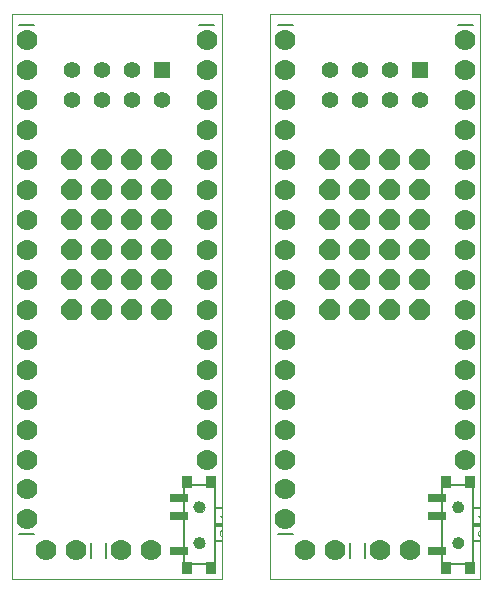
<source format=gts>
G75*
G70*
%OFA0B0*%
%FSLAX25Y25*%
%IPPOS*%
%LPD*%
%AMOC8*
5,1,8,0,0,1.08239X$1,22.5*
%
%ADD10C,0.00800*%
%ADD11C,0.07000*%
%ADD13OC8,0.07000*%
%ADD14R,0.03550X0.04340*%
%ADD16C,0.00500*%
%ADD18R,0.02000X0.02000*%
%ADD20C,0.03940*%
%ADD21C,0.05550*%
%ADD29C,0.00300*%
%ADD32R,0.06310X0.03160*%
%ADD35R,0.05550X0.05550*%
%ADD39C,0.00000*%
X0011000Y0011000D02*
G75*
%LPD*%
D39*
X0011000Y0011000D02*
X0011000Y0199200D01*
X0080920Y0199200D01*
X0080920Y0011000D01*
X0011000Y0011000D01*
X0071730Y0023090D02*
X0071750Y0023350D01*
X0071810Y0023610D01*
X0071910Y0023860D01*
X0072040Y0024090D01*
X0072200Y0024290D01*
X0072400Y0024470D01*
X0072620Y0024620D01*
X0072850Y0024740D01*
X0073110Y0024820D01*
X0073370Y0024860D01*
X0073630Y0024860D01*
X0073890Y0024820D01*
X0074150Y0024740D01*
X0074390Y0024620D01*
X0074600Y0024470D01*
X0074800Y0024290D01*
X0074960Y0024090D01*
X0075090Y0023860D01*
X0075190Y0023610D01*
X0075250Y0023350D01*
X0075270Y0023090D01*
X0075250Y0022830D01*
X0075190Y0022570D01*
X0075090Y0022320D01*
X0074960Y0022090D01*
X0074800Y0021890D01*
X0074600Y0021710D01*
X0074380Y0021560D01*
X0074150Y0021440D01*
X0073890Y0021360D01*
X0073630Y0021320D01*
X0073370Y0021320D01*
X0073110Y0021360D01*
X0072850Y0021440D01*
X0072610Y0021560D01*
X0072400Y0021710D01*
X0072200Y0021890D01*
X0072040Y0022090D01*
X0071910Y0022320D01*
X0071810Y0022570D01*
X0071750Y0022830D01*
X0071730Y0023090D01*
X0071730Y0034910D02*
X0071750Y0035170D01*
X0071810Y0035430D01*
X0071910Y0035680D01*
X0072040Y0035910D01*
X0072200Y0036110D01*
X0072400Y0036290D01*
X0072620Y0036440D01*
X0072850Y0036560D01*
X0073110Y0036640D01*
X0073370Y0036680D01*
X0073630Y0036680D01*
X0073890Y0036640D01*
X0074150Y0036560D01*
X0074390Y0036440D01*
X0074600Y0036290D01*
X0074800Y0036110D01*
X0074960Y0035910D01*
X0075090Y0035680D01*
X0075190Y0035430D01*
X0075250Y0035170D01*
X0075270Y0034910D01*
X0075250Y0034650D01*
X0075190Y0034390D01*
X0075090Y0034140D01*
X0074960Y0033910D01*
X0074800Y0033710D01*
X0074600Y0033530D01*
X0074380Y0033380D01*
X0074150Y0033260D01*
X0073890Y0033180D01*
X0073630Y0033140D01*
X0073370Y0033140D01*
X0073110Y0033180D01*
X0072850Y0033260D01*
X0072610Y0033380D01*
X0072400Y0033530D01*
X0072200Y0033710D01*
X0072040Y0033910D01*
X0071910Y0034140D01*
X0071810Y0034390D01*
X0071750Y0034650D01*
X0071730Y0034910D01*
D21*
X0061000Y0170500D03*
X0051000Y0170500D03*
X0051000Y0180500D03*
X0041000Y0180500D03*
X0041000Y0170500D03*
X0031000Y0170500D03*
X0031000Y0180500D03*
D35*
X0061000Y0180500D03*
D10*
X0073500Y0195500D02*
X0078500Y0195500D01*
X0018500Y0195500D02*
X0013500Y0195500D01*
X0068380Y0042190D02*
X0078620Y0042190D01*
X0078620Y0034510D02*
X0080920Y0034510D01*
X0084520Y0034510D02*
X0080920Y0029390D02*
X0078620Y0029390D01*
X0078620Y0028610D02*
X0080920Y0028610D01*
X0084520Y0028610D02*
X0080920Y0023490D02*
X0078620Y0023490D01*
X0078620Y0015810D02*
X0068380Y0015810D01*
X0042500Y0018000D02*
X0042500Y0023000D01*
X0037500Y0023000D02*
X0037500Y0018000D01*
X0018500Y0026000D02*
X0013500Y0026000D01*
D18*
X0016000Y0031000D03*
X0016000Y0041000D03*
X0016000Y0050500D03*
X0016000Y0060500D03*
X0016000Y0070500D03*
X0016000Y0080500D03*
X0016000Y0090500D03*
X0016000Y0100500D03*
X0016000Y0110500D03*
X0016000Y0120500D03*
X0016000Y0130500D03*
X0016000Y0140500D03*
X0016000Y0150500D03*
X0016000Y0160500D03*
X0016000Y0170500D03*
X0016000Y0180500D03*
X0016000Y0190500D03*
X0031000Y0150500D03*
X0031000Y0140500D03*
X0031000Y0130500D03*
X0031000Y0120500D03*
X0031000Y0110500D03*
X0031000Y0100500D03*
X0041000Y0100500D03*
X0041000Y0110500D03*
X0041000Y0120500D03*
X0041000Y0130500D03*
X0041000Y0140500D03*
X0041000Y0150500D03*
X0051000Y0150500D03*
X0051000Y0140500D03*
X0051000Y0130500D03*
X0051000Y0120500D03*
X0051000Y0110500D03*
X0051000Y0100500D03*
X0061000Y0100500D03*
X0061000Y0110500D03*
X0061000Y0120500D03*
X0061000Y0130500D03*
X0061000Y0140500D03*
X0061000Y0150500D03*
X0076000Y0150500D03*
X0076000Y0140500D03*
X0076000Y0130500D03*
X0076000Y0120500D03*
X0076000Y0110500D03*
X0076000Y0100500D03*
X0076000Y0090500D03*
X0076000Y0080500D03*
X0076000Y0070500D03*
X0076000Y0060500D03*
X0076000Y0050500D03*
X0057500Y0020500D03*
X0047500Y0020500D03*
X0032500Y0020500D03*
X0022500Y0020500D03*
X0076000Y0160500D03*
X0076000Y0170500D03*
X0076000Y0180500D03*
X0076000Y0190500D03*
D11*
X0076000Y0190500D03*
X0076000Y0180500D03*
X0076000Y0170500D03*
X0076000Y0160500D03*
X0076000Y0150500D03*
X0076000Y0140500D03*
X0076000Y0130500D03*
X0076000Y0120500D03*
X0076000Y0110500D03*
X0076000Y0100500D03*
X0076000Y0090500D03*
X0076000Y0080500D03*
X0076000Y0070500D03*
X0076000Y0060500D03*
X0076000Y0050500D03*
X0057500Y0020500D03*
X0047500Y0020500D03*
X0032500Y0020500D03*
X0022500Y0020500D03*
X0016000Y0031000D03*
X0016000Y0041000D03*
X0016000Y0050500D03*
X0016000Y0060500D03*
X0016000Y0070500D03*
X0016000Y0080500D03*
X0016000Y0090500D03*
X0016000Y0100500D03*
X0016000Y0110500D03*
X0016000Y0120500D03*
X0016000Y0130500D03*
X0016000Y0140500D03*
X0016000Y0150500D03*
X0016000Y0160500D03*
X0016000Y0170500D03*
X0016000Y0180500D03*
X0016000Y0190500D03*
D13*
X0031000Y0150500D03*
X0031000Y0140500D03*
X0031000Y0130500D03*
X0031000Y0120500D03*
X0031000Y0110500D03*
X0031000Y0100500D03*
X0041000Y0100500D03*
X0041000Y0110500D03*
X0041000Y0120500D03*
X0041000Y0130500D03*
X0041000Y0140500D03*
X0041000Y0150500D03*
X0051000Y0150500D03*
X0051000Y0140500D03*
X0051000Y0130500D03*
X0051000Y0120500D03*
X0051000Y0110500D03*
X0051000Y0100500D03*
X0061000Y0100500D03*
X0061000Y0110500D03*
X0061000Y0120500D03*
X0061000Y0130500D03*
X0061000Y0140500D03*
X0061000Y0150500D03*
D16*
X0068380Y0042190D02*
X0068380Y0015810D01*
X0078620Y0015810D02*
X0078620Y0029390D01*
X0078620Y0034510D01*
X0078620Y0042190D01*
D14*
X0077440Y0043370D03*
X0069560Y0043370D03*
X0069560Y0014630D03*
X0077440Y0014630D03*
D32*
X0066610Y0020140D03*
X0066610Y0031950D03*
X0066610Y0037860D03*
D29*
X0080290Y0032090D02*
X0080920Y0032090D01*
X0083190Y0032090D02*
X0080920Y0031460D02*
X0080290Y0032090D01*
X0080770Y0027150D02*
X0080920Y0027000D01*
X0082710Y0025210D02*
X0080920Y0027150D02*
X0080770Y0027150D01*
X0080290Y0026660D01*
X0080290Y0025700D01*
X0080770Y0025210D01*
X0080920Y0025210D01*
X0082710Y0025210D02*
D20*
X0073500Y0023090D03*
X0073500Y0034910D03*
X0097170Y0011000D02*
G75*
%LPD*%
D39*
X0097170Y0011000D02*
X0097170Y0199200D01*
X0167090Y0199200D01*
X0167090Y0011000D01*
X0097170Y0011000D01*
X0157900Y0023090D02*
X0157920Y0023350D01*
X0157980Y0023610D01*
X0158080Y0023860D01*
X0158210Y0024090D01*
X0158370Y0024290D01*
X0158570Y0024470D01*
X0158790Y0024620D01*
X0159020Y0024740D01*
X0159280Y0024820D01*
X0159540Y0024860D01*
X0159800Y0024860D01*
X0160060Y0024820D01*
X0160320Y0024740D01*
X0160560Y0024620D01*
X0160770Y0024470D01*
X0160970Y0024290D01*
X0161130Y0024090D01*
X0161260Y0023860D01*
X0161360Y0023610D01*
X0161420Y0023350D01*
X0161440Y0023090D01*
X0161420Y0022830D01*
X0161360Y0022570D01*
X0161260Y0022320D01*
X0161130Y0022090D01*
X0160970Y0021890D01*
X0160770Y0021710D01*
X0160550Y0021560D01*
X0160320Y0021440D01*
X0160060Y0021360D01*
X0159800Y0021320D01*
X0159540Y0021320D01*
X0159280Y0021360D01*
X0159020Y0021440D01*
X0158780Y0021560D01*
X0158570Y0021710D01*
X0158370Y0021890D01*
X0158210Y0022090D01*
X0158080Y0022320D01*
X0157980Y0022570D01*
X0157920Y0022830D01*
X0157900Y0023090D01*
X0157900Y0034910D02*
X0157920Y0035170D01*
X0157980Y0035430D01*
X0158080Y0035680D01*
X0158210Y0035910D01*
X0158370Y0036110D01*
X0158570Y0036290D01*
X0158790Y0036440D01*
X0159020Y0036560D01*
X0159280Y0036640D01*
X0159540Y0036680D01*
X0159800Y0036680D01*
X0160060Y0036640D01*
X0160320Y0036560D01*
X0160560Y0036440D01*
X0160770Y0036290D01*
X0160970Y0036110D01*
X0161130Y0035910D01*
X0161260Y0035680D01*
X0161360Y0035430D01*
X0161420Y0035170D01*
X0161440Y0034910D01*
X0161420Y0034650D01*
X0161360Y0034390D01*
X0161260Y0034140D01*
X0161130Y0033910D01*
X0160970Y0033710D01*
X0160770Y0033530D01*
X0160550Y0033380D01*
X0160320Y0033260D01*
X0160060Y0033180D01*
X0159800Y0033140D01*
X0159540Y0033140D01*
X0159280Y0033180D01*
X0159020Y0033260D01*
X0158780Y0033380D01*
X0158570Y0033530D01*
X0158370Y0033710D01*
X0158210Y0033910D01*
X0158080Y0034140D01*
X0157980Y0034390D01*
X0157920Y0034650D01*
X0157900Y0034910D01*
D21*
X0147170Y0170500D03*
X0137170Y0170500D03*
X0137170Y0180500D03*
X0127170Y0180500D03*
X0127170Y0170500D03*
X0117170Y0170500D03*
X0117170Y0180500D03*
D35*
X0147170Y0180500D03*
D10*
X0159670Y0195500D02*
X0164670Y0195500D01*
X0104670Y0195500D02*
X0099670Y0195500D01*
X0154550Y0042190D02*
X0164790Y0042190D01*
X0164790Y0034510D02*
X0167090Y0034510D01*
X0170690Y0034510D02*
X0167090Y0029390D02*
X0164790Y0029390D01*
X0164790Y0028610D02*
X0167090Y0028610D01*
X0170690Y0028610D02*
X0167090Y0023490D02*
X0164790Y0023490D01*
X0164790Y0015810D02*
X0154550Y0015810D01*
X0128670Y0018000D02*
X0128670Y0023000D01*
X0123670Y0023000D02*
X0123670Y0018000D01*
X0104670Y0026000D02*
X0099670Y0026000D01*
D18*
X0102170Y0031000D03*
X0102170Y0041000D03*
X0102170Y0050500D03*
X0102170Y0060500D03*
X0102170Y0070500D03*
X0102170Y0080500D03*
X0102170Y0090500D03*
X0102170Y0100500D03*
X0102170Y0110500D03*
X0102170Y0120500D03*
X0102170Y0130500D03*
X0102170Y0140500D03*
X0102170Y0150500D03*
X0102170Y0160500D03*
X0102170Y0170500D03*
X0102170Y0180500D03*
X0102170Y0190500D03*
X0117170Y0150500D03*
X0117170Y0140500D03*
X0117170Y0130500D03*
X0117170Y0120500D03*
X0117170Y0110500D03*
X0117170Y0100500D03*
X0127170Y0100500D03*
X0127170Y0110500D03*
X0127170Y0120500D03*
X0127170Y0130500D03*
X0127170Y0140500D03*
X0127170Y0150500D03*
X0137170Y0150500D03*
X0137170Y0140500D03*
X0137170Y0130500D03*
X0137170Y0120500D03*
X0137170Y0110500D03*
X0137170Y0100500D03*
X0147170Y0100500D03*
X0147170Y0110500D03*
X0147170Y0120500D03*
X0147170Y0130500D03*
X0147170Y0140500D03*
X0147170Y0150500D03*
X0162170Y0150500D03*
X0162170Y0140500D03*
X0162170Y0130500D03*
X0162170Y0120500D03*
X0162170Y0110500D03*
X0162170Y0100500D03*
X0162170Y0090500D03*
X0162170Y0080500D03*
X0162170Y0070500D03*
X0162170Y0060500D03*
X0162170Y0050500D03*
X0143670Y0020500D03*
X0133670Y0020500D03*
X0118670Y0020500D03*
X0108670Y0020500D03*
X0162170Y0160500D03*
X0162170Y0170500D03*
X0162170Y0180500D03*
X0162170Y0190500D03*
D11*
X0162170Y0190500D03*
X0162170Y0180500D03*
X0162170Y0170500D03*
X0162170Y0160500D03*
X0162170Y0150500D03*
X0162170Y0140500D03*
X0162170Y0130500D03*
X0162170Y0120500D03*
X0162170Y0110500D03*
X0162170Y0100500D03*
X0162170Y0090500D03*
X0162170Y0080500D03*
X0162170Y0070500D03*
X0162170Y0060500D03*
X0162170Y0050500D03*
X0143670Y0020500D03*
X0133670Y0020500D03*
X0118670Y0020500D03*
X0108670Y0020500D03*
X0102170Y0031000D03*
X0102170Y0041000D03*
X0102170Y0050500D03*
X0102170Y0060500D03*
X0102170Y0070500D03*
X0102170Y0080500D03*
X0102170Y0090500D03*
X0102170Y0100500D03*
X0102170Y0110500D03*
X0102170Y0120500D03*
X0102170Y0130500D03*
X0102170Y0140500D03*
X0102170Y0150500D03*
X0102170Y0160500D03*
X0102170Y0170500D03*
X0102170Y0180500D03*
X0102170Y0190500D03*
D13*
X0117170Y0150500D03*
X0117170Y0140500D03*
X0117170Y0130500D03*
X0117170Y0120500D03*
X0117170Y0110500D03*
X0117170Y0100500D03*
X0127170Y0100500D03*
X0127170Y0110500D03*
X0127170Y0120500D03*
X0127170Y0130500D03*
X0127170Y0140500D03*
X0127170Y0150500D03*
X0137170Y0150500D03*
X0137170Y0140500D03*
X0137170Y0130500D03*
X0137170Y0120500D03*
X0137170Y0110500D03*
X0137170Y0100500D03*
X0147170Y0100500D03*
X0147170Y0110500D03*
X0147170Y0120500D03*
X0147170Y0130500D03*
X0147170Y0140500D03*
X0147170Y0150500D03*
D16*
X0154550Y0042190D02*
X0154550Y0015810D01*
X0164790Y0015810D02*
X0164790Y0029390D01*
X0164790Y0034510D01*
X0164790Y0042190D01*
D14*
X0163610Y0043370D03*
X0155730Y0043370D03*
X0155730Y0014630D03*
X0163610Y0014630D03*
D32*
X0152780Y0020140D03*
X0152780Y0031950D03*
X0152780Y0037860D03*
D29*
X0166460Y0032090D02*
X0167090Y0032090D01*
X0169360Y0032090D02*
X0167090Y0031460D02*
X0166460Y0032090D01*
X0166940Y0027150D02*
X0167090Y0027000D01*
X0168880Y0025210D02*
X0167090Y0027150D02*
X0166940Y0027150D01*
X0166460Y0026660D01*
X0166460Y0025700D01*
X0166940Y0025210D01*
X0167090Y0025210D01*
X0168880Y0025210D02*
D20*
X0159670Y0023090D03*
X0159670Y0034910D03*
M02*

</source>
